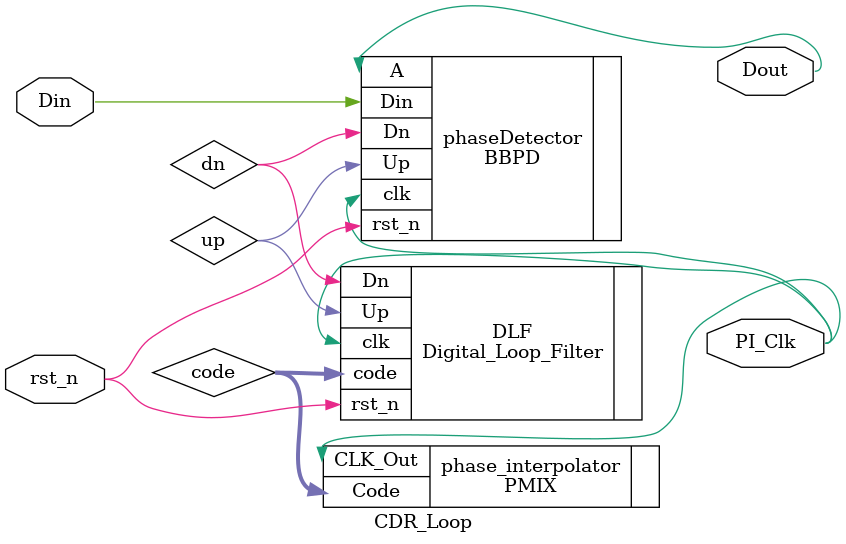
<source format=v>
`timescale 1ns/1fs
module CDR_Loop (
	input rst_n,  // Asynchronous reset active low
	// input clk_0,
	// input clk_90,
	// input clk_180,
	// input clk_270,
	input Din,
	output PI_Clk,
	output Dout
);
// wire PI_clk;
wire up,dn;
wire [10:0] code;
BBPD phaseDetector (
					.Din  (Din),
					.clk  (PI_Clk),
					.rst_n(rst_n),
					.Up   (up),
					.Dn   (dn),
					.A(Dout)
					);
Digital_Loop_Filter DLF(
						.clk  (PI_Clk),
						.rst_n(rst_n),
						.Dn   (dn),
						.Up   (up),
						.code (code)
						);

PMIX phase_interpolator(
						.Code   (code),
						.CLK_Out(PI_Clk)
						);

// PI phase_interpolator(
// 						.rst_n  (rst_n),
// 						.code   (code),
// 						.clk_0  (clk_0),
// 						.clk_90 (clk_90),
// 						.clk_180(clk_180),
// 						.clk_270(clk_270),
// 						.PI_clk (PI_Clk)
// 						);

endmodule 
</source>
